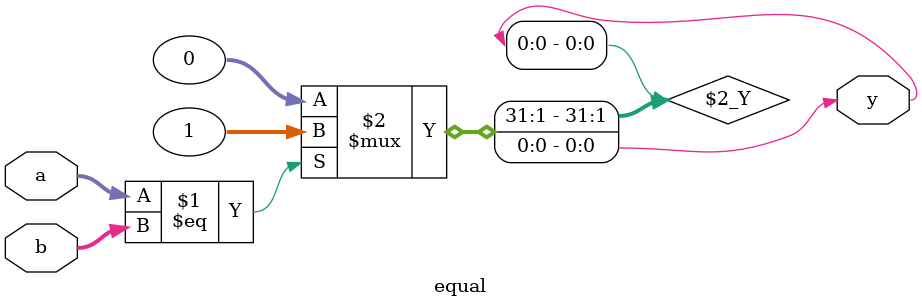
<source format=sv>

module equal #(parameter width=8)( input logic [width-1:0] a,b, output logic y);
assign y = (a==b)?1:0;
endmodule

</source>
